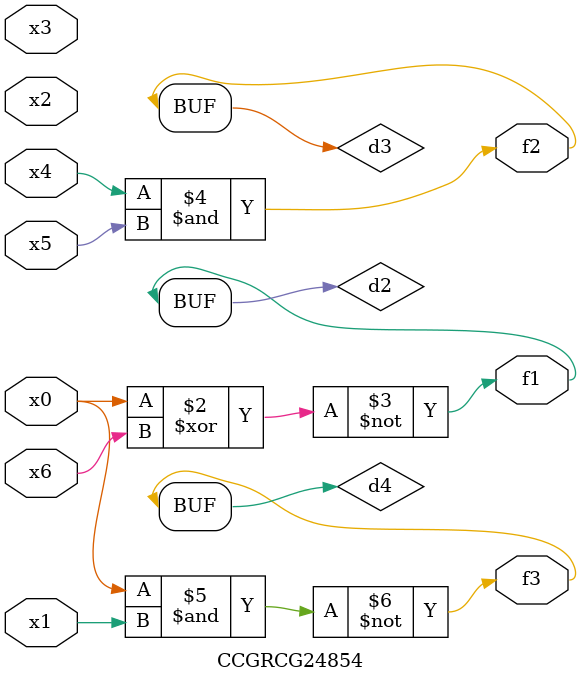
<source format=v>
module CCGRCG24854(
	input x0, x1, x2, x3, x4, x5, x6,
	output f1, f2, f3
);

	wire d1, d2, d3, d4;

	nor (d1, x0);
	xnor (d2, x0, x6);
	and (d3, x4, x5);
	nand (d4, x0, x1);
	assign f1 = d2;
	assign f2 = d3;
	assign f3 = d4;
endmodule

</source>
